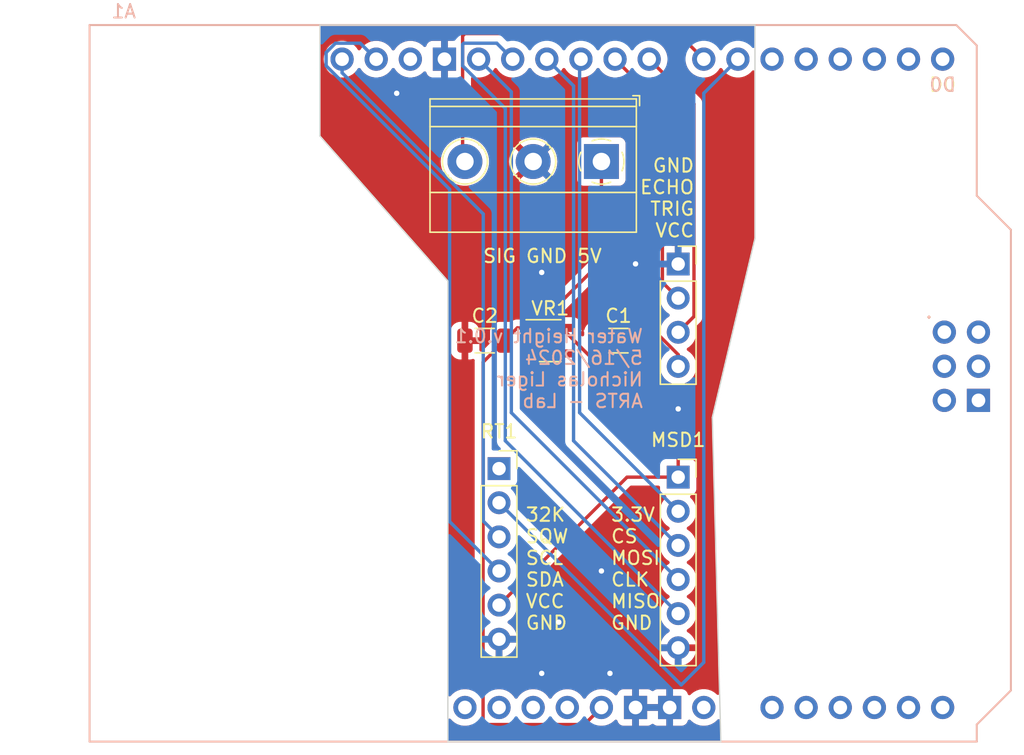
<source format=kicad_pcb>
(kicad_pcb (version 20221018) (generator pcbnew)
  (layers (0 "F.Cu" signal) (31 "B.Cu" signal) (34 "B.Paste" user) (35 "F.Paste" user) (36 "B.SilkS" user "B.Silkscreen") (37 "F.SilkS" user "F.Silkscreen") (38 "B.Mask" user) (39 "F.Mask" user) (44 "Edge.Cuts" user))
  (net 0 "")
  (net 2 "Net-(A1-5V)")
  (net 18 "Net-(RT1-SQW)")
  (net 19 "Net-(J1-SIG)")
  (net 20 "Net-(US1-TRIG)")
  (net 21 "Net-(US1-Echo)")
  (net 22 "Net-(A1-D10_CS)")
  (net 23 "Net-(MSD1-MOSI)")
  (net 24 "Net-(MSD1-MISO)")
  (net 25 "Net-(MSD1-CLK)")
  (net 26 "GND")
  (net 34 "Net-(RT1-SCL)")
  (net 35 "Net-(RT1-SDA)")
  (net 37 "Net-(MSD1-3v3)")
  (footprint "Capacitor_SMD:C_1206_3216Metric" (layer "F.Cu") (at 146.255 88.265)
    (fp_text reference "C2" (at 0 -1.85) (layer "F.SilkS"))
    (fp_text value "1 μF")
    (fp_line (start -0.711252 -0.91) (end 0.711252 -0.91) (stroke (width 0.12)) (layer "F.SilkS"))
    (fp_line (start -0.711252 0.91) (end 0.711252 0.91) (stroke (width 0.12)) (layer "F.SilkS"))
    (pad "1" smd roundrect (at -1.475 0) (size 1.15 1.8) (layers "F.Cu" "F.Paste" "F.Mask") (roundrect_rratio 0.217391) (net 26 "GND"))
    (pad "2" smd roundrect (at 1.475 0) (size 1.15 1.8) (layers "F.Cu" "F.Paste" "F.Mask") (roundrect_rratio 0.217391) (net 2 "Net-(A1-5V)"))
  )
  (footprint "PCM_arduino-library:Arduino_101_Shield" (layer "F.Cu") (at 116.84 118.11)
    (fp_text reference "A1" (at 2.54 -54.356) (layer "B.SilkS") (effects (justify mirror)))
    (fp_text value "Arduino Uno Shield")
    (fp_text user "D0" (at 63.5 -48.895 unlocked) (layer "B.SilkS") (effects (justify mirror)))
    (fp_text user "." (at 62.484 -32.004) (layer "B.SilkS"))
    (fp_text user "." (at 62.484 -32.004) (layer "F.SilkS"))
    (fp_text user "D0" (at 63.5 -48.895 unlocked) (layer "F.SilkS"))
    (fp_line (start 0 -53.34) (end 0 0) (stroke (width 0.15)) (layer "B.SilkS"))
    (fp_line (start 0 -53.34) (end 64.516 -53.34) (stroke (width 0.15)) (layer "B.SilkS"))
    (fp_line (start 0 0) (end 66.04 0) (stroke (width 0.15)) (layer "B.SilkS"))
    (fp_line (start 64.516 -53.34) (end 66.04 -51.816) (stroke (width 0.15)) (layer "B.SilkS"))
    (fp_line (start 66.04 -40.64) (end 66.04 -51.816) (stroke (width 0.15)) (layer "B.SilkS"))
    (fp_line (start 66.04 -1.27) (end 68.58 -3.81) (stroke (width 0.15)) (layer "B.SilkS"))
    (fp_line (start 66.04 0) (end 66.04 -1.27) (stroke (width 0.15)) (layer "B.SilkS"))
    (fp_line (start 68.58 -38.1) (end 66.04 -40.64) (stroke (width 0.15)) (layer "B.SilkS"))
    (fp_line (start 68.58 -3.81) (end 68.58 -38.1) (stroke (width 0.15)) (layer "B.SilkS"))
    (pad "" np_thru_hole circle (at 13.97 -2.54) (size 3.2 3.2) (drill 3.2) (layers "*.Cu" "*.Mask"))
    (pad "" np_thru_hole circle (at 15.24 -50.8) (size 3.2 3.2) (drill 3.2) (layers "*.Cu" "*.Mask"))
    (pad "" np_thru_hole circle (at 66.04 -35.56) (size 3.2 3.2) (drill 3.2) (layers "*.Cu" "*.Mask"))
    (pad "" np_thru_hole circle (at 66.04 -7.62) (size 3.2 3.2) (drill 3.2) (layers "*.Cu" "*.Mask"))
    (pad "3V3" thru_hole oval (at 35.56 -2.54) (size 1.7272 1.7272) (drill 1.016) (layers "*.Cu" "*.Mask"))
    (pad "5V1" thru_hole oval (at 38.1 -2.54) (size 1.7272 1.7272) (drill 1.016) (layers "*.Cu" "*.Mask") (net 2 "Net-(A1-5V)"))
    (pad "5V2" thru_hole oval (at 66.167 -30.48) (size 1.7272 1.7272) (drill 1.016) (layers "*.Cu" "*.Mask"))
    (pad "A0" thru_hole oval (at 50.8 -2.54) (size 1.7272 1.7272) (drill 1.016) (layers "*.Cu" "*.Mask"))
    (pad "A1" thru_hole oval (at 53.34 -2.54) (size 1.7272 1.7272) (drill 1.016) (layers "*.Cu" "*.Mask"))
    (pad "A2" thru_hole oval (at 55.88 -2.54) (size 1.7272 1.7272) (drill 1.016) (layers "*.Cu" "*.Mask"))
    (pad "A3" thru_hole oval (at 58.42 -2.54) (size 1.7272 1.7272) (drill 1.016) (layers "*.Cu" "*.Mask"))
    (pad "A4" thru_hole oval (at 60.96 -2.54) (size 1.7272 1.7272) (drill 1.016) (layers "*.Cu" "*.Mask"))
    (pad "A5" thru_hole oval (at 63.5 -2.54) (size 1.7272 1.7272) (drill 1.016) (layers "*.Cu" "*.Mask"))
    (pad "AREF" thru_hole oval (at 23.876 -50.8) (size 1.7272 1.7272) (drill 1.016) (layers "*.Cu" "*.Mask"))
    (pad "ATN" thru_hole oval (at 27.94 -2.54) (size 1.7272 1.7272) (drill 1.016) (layers "*.Cu" "*.Mask"))
    (pad "D0" thru_hole oval (at 63.5 -50.8) (size 1.7272 1.7272) (drill 1.016) (layers "*.Cu" "*.Mask"))
    (pad "D1" thru_hole oval (at 60.96 -50.8) (size 1.7272 1.7272) (drill 1.016) (layers "*.Cu" "*.Mask"))
    (pad "D2" thru_hole oval (at 58.42 -50.8) (size 1.7272 1.7272) (drill 1.016) (layers "*.Cu" "*.Mask"))
    (pad "D3" thru_hole oval (at 55.88 -50.8) (size 1.7272 1.7272) (drill 1.016) (layers "*.Cu" "*.Mask"))
    (pad "D4" thru_hole oval (at 53.34 -50.8) (size 1.7272 1.7272) (drill 1.016) (layers "*.Cu" "*.Mask"))
    (pad "D5" thru_hole oval (at 50.8 -50.8) (size 1.7272 1.7272) (drill 1.016) (layers "*.Cu" "*.Mask"))
    (pad "D6" thru_hole oval (at 48.26 -50.8) (size 1.7272 1.7272) (drill 1.016) (layers "*.Cu" "*.Mask") (net 18 "Net-(RT1-SQW)"))
    (pad "D7" thru_hole oval (at 45.72 -50.8) (size 1.7272 1.7272) (drill 1.016) (layers "*.Cu" "*.Mask") (net 19 "Net-(J1-SIG)"))
    (pad "D8" thru_hole oval (at 41.656 -50.8) (size 1.7272 1.7272) (drill 1.016) (layers "*.Cu" "*.Mask") (net 20 "Net-(US1-TRIG)"))
    (pad "D9" thru_hole oval (at 39.116 -50.8) (size 1.7272 1.7272) (drill 1.016) (layers "*.Cu" "*.Mask") (net 21 "Net-(US1-Echo)"))
    (pad "D10" thru_hole oval (at 36.576 -50.8) (size 1.7272 1.7272) (drill 1.016) (layers "*.Cu" "*.Mask") (net 22 "Net-(A1-D10_CS)"))
    (pad "D11" thru_hole oval (at 34.036 -50.8) (size 1.7272 1.7272) (drill 1.016) (layers "*.Cu" "*.Mask") (net 23 "Net-(MSD1-MOSI)"))
    (pad "D12" thru_hole oval (at 31.496 -50.8) (size 1.7272 1.7272) (drill 1.016) (layers "*.Cu" "*.Mask") (net 24 "Net-(MSD1-MISO)"))
    (pad "D13" thru_hole oval (at 28.956 -50.8) (size 1.7272 1.7272) (drill 1.016) (layers "*.Cu" "*.Mask") (net 25 "Net-(MSD1-CLK)"))
    (pad "GND1" thru_hole rect (at 26.416 -50.8) (size 1.7272 1.7272) (drill 1.016) (layers "*.Cu" "*.Mask") (net 26 "GND"))
    (pad "GND2" thru_hole rect (at 40.64 -2.54) (size 1.7272 1.7272) (drill 1.016) (layers "*.Cu" "*.Mask") (net 26 "GND"))
    (pad "GND3" thru_hole rect (at 43.18 -2.54) (size 1.7272 1.7272) (drill 1.016) (layers "*.Cu" "*.Mask") (net 26 "GND"))
    (pad "GND4" thru_hole rect (at 66.167 -25.4) (size 1.7272 1.7272) (drill 1.016) (layers "*.Cu" "*.Mask"))
    (pad "IORF" thru_hole oval (at 30.48 -2.54) (size 1.7272 1.7272) (drill 1.016) (layers "*.Cu" "*.Mask"))
    (pad "MISO" thru_hole oval (at 63.627 -30.48) (size 1.7272 1.7272) (drill 1.016) (layers "*.Cu" "*.Mask"))
    (pad "MOSI" thru_hole oval (at 66.167 -27.94) (size 1.7272 1.7272) (drill 1.016) (layers "*.Cu" "*.Mask"))
    (pad "RST1" thru_hole oval (at 33.02 -2.54) (size 1.7272 1.7272) (drill 1.016) (layers "*.Cu" "*.Mask"))
    (pad "RST2" thru_hole oval (at 63.627 -25.4) (size 1.7272 1.7272) (drill 1.016) (layers "*.Cu" "*.Mask"))
    (pad "SCK" thru_hole oval (at 63.627 -27.94) (size 1.7272 1.7272) (drill 1.016) (layers "*.Cu" "*.Mask"))
    (pad "SCL" thru_hole oval (at 18.796 -50.8) (size 1.7272 1.7272) (drill 1.016) (layers "*.Cu" "*.Mask") (net 34 "Net-(RT1-SCL)"))
    (pad "SDA" thru_hole oval (at 21.336 -50.8) (size 1.7272 1.7272) (drill 1.016) (layers "*.Cu" "*.Mask") (net 35 "Net-(RT1-SDA)"))
    (pad "VIN" thru_hole oval (at 45.72 -2.54) (size 1.7272 1.7272) (drill 1.016) (layers "*.Cu" "*.Mask"))
  )
  (footprint "Connector_PinSocket_2.54mm:PinSocket_1x06_P2.54mm_Vertical" (layer "F.Cu") (at 160.655 98.425)
    (fp_text reference "MSD1" (at 0 -2.77) (layer "F.SilkS"))
    (fp_text value "Micro SD Card Module")
    (fp_line (start -1.33 1.27) (end -1.33 14.03) (stroke (width 0.12)) (layer "F.SilkS"))
    (fp_line (start -1.33 1.27) (end 1.33 1.27) (stroke (width 0.12)) (layer "F.SilkS"))
    (fp_line (start -1.33 14.03) (end 1.33 14.03) (stroke (width 0.12)) (layer "F.SilkS"))
    (fp_line (start 0 -1.33) (end 1.33 -1.33) (stroke (width 0.12)) (layer "F.SilkS"))
    (fp_line (start 1.33 -1.33) (end 1.33 0) (stroke (width 0.12)) (layer "F.SilkS"))
    (fp_line (start 1.33 1.27) (end 1.33 14.03) (stroke (width 0.12)) (layer "F.SilkS"))
    (pad "1" thru_hole rect (at 0 0) (size 1.7 1.7) (drill 1) (layers "*.Cu" "*.Mask") (net 37 "Net-(MSD1-3v3)"))
    (pad "2" thru_hole oval (at 0 2.54) (size 1.7 1.7) (drill 1) (layers "*.Cu" "*.Mask") (net 22 "Net-(A1-D10_CS)"))
    (pad "3" thru_hole oval (at 0 5.08) (size 1.7 1.7) (drill 1) (layers "*.Cu" "*.Mask") (net 23 "Net-(MSD1-MOSI)"))
    (pad "4" thru_hole oval (at 0 7.62) (size 1.7 1.7) (drill 1) (layers "*.Cu" "*.Mask") (net 25 "Net-(MSD1-CLK)"))
    (pad "5" thru_hole oval (at 0 10.16) (size 1.7 1.7) (drill 1) (layers "*.Cu" "*.Mask") (net 24 "Net-(MSD1-MISO)"))
    (pad "6" thru_hole oval (at 0 12.7) (size 1.7 1.7) (drill 1) (layers "*.Cu" "*.Mask") (net 26 "GND"))
  )
  (footprint "Connector_PinSocket_2.54mm:PinSocket_1x06_P2.54mm_Vertical" (layer "F.Cu") (at 147.32 97.79)
    (fp_text reference "RT1" (at 0 -2.77) (layer "F.SilkS"))
    (fp_text value "Real Time Clock Module")
    (fp_line (start -1.33 1.27) (end -1.33 14.03) (stroke (width 0.12)) (layer "F.SilkS"))
    (fp_line (start -1.33 1.27) (end 1.33 1.27) (stroke (width 0.12)) (layer "F.SilkS"))
    (fp_line (start -1.33 14.03) (end 1.33 14.03) (stroke (width 0.12)) (layer "F.SilkS"))
    (fp_line (start 0 -1.33) (end 1.33 -1.33) (stroke (width 0.12)) (layer "F.SilkS"))
    (fp_line (start 1.33 -1.33) (end 1.33 0) (stroke (width 0.12)) (layer "F.SilkS"))
    (fp_line (start 1.33 1.27) (end 1.33 14.03) (stroke (width 0.12)) (layer "F.SilkS"))
    (pad "1" thru_hole rect (at 0 0) (size 1.7 1.7) (drill 1) (layers "*.Cu" "*.Mask"))
    (pad "2" thru_hole oval (at 0 2.54) (size 1.7 1.7) (drill 1) (layers "*.Cu" "*.Mask") (net 18 "Net-(RT1-SQW)"))
    (pad "3" thru_hole oval (at 0 5.08) (size 1.7 1.7) (drill 1) (layers "*.Cu" "*.Mask") (net 34 "Net-(RT1-SCL)"))
    (pad "4" thru_hole oval (at 0 7.62) (size 1.7 1.7) (drill 1) (layers "*.Cu" "*.Mask") (net 35 "Net-(RT1-SDA)"))
    (pad "5" thru_hole oval (at 0 10.16) (size 1.7 1.7) (drill 1) (layers "*.Cu" "*.Mask") (net 37 "Net-(MSD1-3v3)"))
    (pad "6" thru_hole oval (at 0 12.7) (size 1.7 1.7) (drill 1) (layers "*.Cu" "*.Mask") (net 26 "GND"))
  )
  (footprint "Package_TO_SOT_SMD:SOT-23-5" (layer "F.Cu") (at 151.13 88.265)
    (fp_text reference "VR1" (at 0 -2.4) (layer "F.SilkS"))
    (fp_text value "3.3V Linear Regulator")
    (fp_line (start 0 -1.56) (end -1.8 -1.56) (stroke (width 0.12)) (layer "F.SilkS"))
    (fp_line (start 0 -1.56) (end 0.8 -1.56) (stroke (width 0.12)) (layer "F.SilkS"))
    (fp_line (start 0 1.56) (end -0.8 1.56) (stroke (width 0.12)) (layer "F.SilkS"))
    (fp_line (start 0 1.56) (end 0.8 1.56) (stroke (width 0.12)) (layer "F.SilkS"))
    (pad "1" smd roundrect (at -1.1375 -0.95) (size 1.325 0.6) (layers "F.Cu" "F.Paste" "F.Mask") (net 2 "Net-(A1-5V)"))
    (pad "2" smd roundrect (at -1.1375 0) (size 1.325 0.6) (layers "F.Cu" "F.Paste" "F.Mask") (net 26 "GND"))
    (pad "3" smd roundrect (at -1.1375 0.95) (size 1.325 0.6) (layers "F.Cu" "F.Paste" "F.Mask"))
    (pad "4" smd roundrect (at 1.1375 0.95) (size 1.325 0.6) (layers "F.Cu" "F.Paste" "F.Mask"))
    (pad "5" smd roundrect (at 1.1375 -0.95) (size 1.325 0.6) (layers "F.Cu" "F.Paste" "F.Mask") (net 37 "Net-(MSD1-3v3)"))
  )
  (footprint "Connector_PinSocket_2.54mm:PinSocket_1x04_P2.54mm_Vertical" (layer "F.Cu") (at 160.655 82.56)
    (fp_text reference "US1" hide)
    (fp_text value "JSN Ultrasonic Sensor")
    (fp_line (start -1.33 1.27) (end -1.33 8.95) (stroke (width 0.12)) (layer "F.SilkS"))
    (fp_line (start -1.33 1.27) (end 1.33 1.27) (stroke (width 0.12)) (layer "F.SilkS"))
    (fp_line (start -1.33 8.95) (end 1.33 8.95) (stroke (width 0.12)) (layer "F.SilkS"))
    (fp_line (start 0 -1.33) (end 1.33 -1.33) (stroke (width 0.12)) (layer "F.SilkS"))
    (fp_line (start 1.33 -1.33) (end 1.33 0) (stroke (width 0.12)) (layer "F.SilkS"))
    (fp_line (start 1.33 1.27) (end 1.33 8.95) (stroke (width 0.12)) (layer "F.SilkS"))
    (pad "1" thru_hole rect (at 0 0) (size 1.7 1.7) (drill 1) (layers "*.Cu" "*.Mask") (net 26 "GND"))
    (pad "2" thru_hole oval (at 0 2.54) (size 1.7 1.7) (drill 1) (layers "*.Cu" "*.Mask") (net 21 "Net-(US1-Echo)"))
    (pad "3" thru_hole oval (at 0 5.08) (size 1.7 1.7) (drill 1) (layers "*.Cu" "*.Mask") (net 20 "Net-(US1-TRIG)"))
    (pad "4" thru_hole oval (at 0 7.62) (size 1.7 1.7) (drill 1) (layers "*.Cu" "*.Mask") (net 2 "Net-(A1-5V)"))
  )
  (footprint "Capacitor_SMD:C_1206_3216Metric" (layer "F.Cu") (at 156.21 88.265)
    (fp_text reference "C1" (at 0 -1.85) (layer "F.SilkS"))
    (fp_text value "1 μF")
    (fp_line (start -0.711252 -0.91) (end 0.711252 -0.91) (stroke (width 0.12)) (layer "F.SilkS"))
    (fp_line (start -0.711252 0.91) (end 0.711252 0.91) (stroke (width 0.12)) (layer "F.SilkS"))
    (pad "1" smd roundrect (at -1.475 0) (size 1.15 1.8) (layers "F.Cu" "F.Paste" "F.Mask") (roundrect_rratio 0.217391) (net 26 "GND"))
    (pad "2" smd roundrect (at 1.475 0) (size 1.15 1.8) (layers "F.Cu" "F.Paste" "F.Mask") (roundrect_rratio 0.217391) (net 37 "Net-(MSD1-3v3)"))
  )
  (footprint "TerminalBlock_Phoenix:TerminalBlock_Phoenix_MKDS-1,5-3-5.08_1x03_P5.08mm_Horizontal" (layer "F.Cu") (at 154.94 74.93 180)
    (fp_text reference "J1" hide)
    (fp_text value "Screw Terminal")
    (fp_line (start -2.84 4.16) (end -2.84 4.9) (stroke (width 0.12)) (layer "F.SilkS"))
    (fp_line (start -2.84 4.9) (end -2.34 4.9) (stroke (width 0.12)) (layer "F.SilkS"))
    (fp_line (start -2.6 -5.261) (end -2.6 4.66) (stroke (width 0.12)) (layer "F.SilkS"))
    (fp_line (start -2.6 -5.261) (end 12.76 -5.261) (stroke (width 0.12)) (layer "F.SilkS"))
    (fp_line (start -2.6 -2.301) (end 12.76 -2.301) (stroke (width 0.12)) (layer "F.SilkS"))
    (fp_line (start -2.6 2.6) (end 12.76 2.6) (stroke (width 0.12)) (layer "F.SilkS"))
    (fp_line (start -2.6 4.1) (end 12.76 4.1) (stroke (width 0.12)) (layer "F.SilkS"))
    (fp_line (start -2.6 4.66) (end 12.76 4.66) (stroke (width 0.12)) (layer "F.SilkS"))
    (fp_line (start 3.853 1.023) (end 3.806 1.069) (stroke (width 0.12)) (layer "F.SilkS"))
    (fp_line (start 4.046 1.239) (end 4.011 1.274) (stroke (width 0.12)) (layer "F.SilkS"))
    (fp_line (start 6.15 -1.275) (end 6.115 -1.239) (stroke (width 0.12)) (layer "F.SilkS"))
    (fp_line (start 6.355 -1.069) (end 6.308 -1.023) (stroke (width 0.12)) (layer "F.SilkS"))
    (fp_line (start 8.933 1.023) (end 8.886 1.069) (stroke (width 0.12)) (layer "F.SilkS"))
    (fp_line (start 9.126 1.239) (end 9.091 1.274) (stroke (width 0.12)) (layer "F.SilkS"))
    (fp_line (start 11.23 -1.275) (end 11.195 -1.239) (stroke (width 0.12)) (layer "F.SilkS"))
    (fp_line (start 11.435 -1.069) (end 11.388 -1.023) (stroke (width 0.12)) (layer "F.SilkS"))
    (fp_line (start 12.76 -5.261) (end 12.76 4.66) (stroke (width 0.12)) (layer "F.SilkS"))
    (fp_arc (start -1.535427 0.683042) (mid -1.680501 -0.000524) (end -1.535 -0.684) (stroke (width 0.12)) (layer "F.SilkS"))
    (fp_arc (start -0.683042 -1.535427) (mid 0.000524 -1.680501) (end 0.684 -1.535) (stroke (width 0.12)) (layer "F.SilkS"))
    (fp_arc (start 0.028805 1.680253) (mid -0.335551 1.646659) (end -0.684 1.535) (stroke (width 0.12)) (layer "F.SilkS"))
    (fp_arc (start 0.683318 1.534756) (mid 0.349292 1.643288) (end 0 1.68) (stroke (width 0.12)) (layer "F.SilkS"))
    (fp_arc (start 1.535427 -0.683042) (mid 1.680501 0.000524) (end 1.535 0.684) (stroke (width 0.12)) (layer "F.SilkS"))
    (fp_circle (center 5.08 0) (end 6.76 0) (stroke (width 0.12)) (fill none) (layer "F.SilkS"))
    (fp_circle (center 10.16 0) (end 11.84 0) (stroke (width 0.12)) (fill none) (layer "F.SilkS"))
    (pad "1" thru_hole rect (at 0 0 180) (size 2.6 2.6) (drill 1.3) (layers "*.Cu" "*.Mask") (net 2 "Net-(A1-5V)"))
    (pad "2" thru_hole circle (at 5.08 0 180) (size 2.6 2.6) (drill 1.3) (layers "*.Cu" "*.Mask") (net 26 "GND"))
    (pad "3" thru_hole circle (at 10.16 0 180) (size 2.6 2.6) (drill 1.3) (layers "*.Cu" "*.Mask") (net 19 "Net-(J1-SIG)"))
  )
  (gr_line (start 163.83 118.11) (end 143.51 118.11) (stroke (width 0.1)) (layer "Edge.Cuts"))
  (gr_line (start 166.37 64.77) (end 166.37 80.645) (stroke (width 0.1)) (layer "Edge.Cuts"))
  (gr_line (start 133.985 73.025) (end 133.985 64.77) (stroke (width 0.1)) (layer "Edge.Cuts"))
  (gr_line (start 143.51 118.11) (end 143.51 83.82) (stroke (width 0.1)) (layer "Edge.Cuts"))
  (gr_line (start 133.985 64.77) (end 166.37 64.77) (stroke (width 0.1)) (layer "Edge.Cuts"))
  (gr_line (start 163.195 93.98) (end 163.83 118.11) (stroke (width 0.1)) (layer "Edge.Cuts"))
  (gr_line (start 143.51 83.82) (end 133.985 73.025) (stroke (width 0.1)) (layer "Edge.Cuts"))
  (gr_line (start 166.37 80.645) (end 163.195 93.98) (stroke (width 0.1)) (layer "Edge.Cuts"))
  (gr_text "Water Height v.0.1\n5/16/2024\nNicholas Liger\nARTS - Lab" (at 158.115 93.345) (layer "B.SilkS") (effects (font (size 1 1)) (justify left bottom mirror)))
  (gr_text "3.3V\nCS\nMOSI\nCLK\nMISO\nGND" (at 155.575 109.855) (layer "F.SilkS") (effects (font (size 1 1)) (justify left bottom)))
  (gr_text "GND\nECHO\nTRIG\nVCC" (at 161.925 80.645) (layer "F.SilkS") (effects (font (size 1 1)) (justify right bottom)))
  (gr_text "SIG GND 5V" (at 146.05 82.55) (layer "F.SilkS") (effects (font (size 1 1)) (justify left bottom)))
  (gr_text "32K\nSQW\nSCL\nSDA\nVCC\nGND" (at 149.225 109.855) (layer "F.SilkS") (effects (font (size 1 1)) (justify left bottom)))
  (segment (start 154.94 74.93) (end 154.94 82.3675) (width 0.25) (layer "F.Cu") (net 2))
  (segment (start 147.73 88.265) (end 146.1314 89.8636) (width 0.25) (layer "F.Cu") (net 2))
  (segment (start 149.9925 87.315) (end 148.68 87.315) (width 0.25) (layer "F.Cu") (net 2))
  (segment (start 154.94 82.3675) (end 154.94 83.586701) (width 0.25) (layer "F.Cu") (net 2))
  (segment (start 146.1314 116.7586) (end 146.05 116.84) (width 0.25) (layer "F.Cu") (net 2))
  (segment (start 160.655 89.301701) (end 160.655 90.18) (width 0.25) (layer "F.Cu") (net 2))
  (segment (start 146.1314 89.8636) (end 146.1314 116.7586) (width 0.25) (layer "F.Cu") (net 2))
  (segment (start 146.05 116.84) (end 153.67 116.84) (width 0.25) (layer "F.Cu") (net 2))
  (segment (start 154.94 82.3675) (end 149.9925 87.315) (width 0.25) (layer "F.Cu") (net 2))
  (segment (start 148.68 87.315) (end 147.73 88.265) (width 0.25) (layer "F.Cu") (net 2))
  (segment (start 154.94 83.586701) (end 160.655 89.301701) (width 0.25) (layer "F.Cu") (net 2))
  (segment (start 153.67 116.84) (end 154.94 115.57) (width 0.25) (layer "F.Cu") (net 2))
  (segment (start 160.879065 113.889065) (end 162.56 112.20813) (width 0.25) (layer "B.Cu") (net 18))
  (segment (start 162.56 112.20813) (end 162.56 69.85) (width 0.25) (layer "B.Cu") (net 18))
  (segment (start 162.56 69.85) (end 165.1 67.31) (width 0.25) (layer "B.Cu") (net 18))
  (segment (start 147.32 100.33) (end 160.879065 113.889065) (width 0.25) (layer "B.Cu") (net 18))
  (segment (start 144.6074 65.5776) (end 144.78 65.405) (width 0.25) (layer "F.Cu") (net 19))
  (segment (start 144.78 74.93) (end 144.6074 74.7574) (width 0.25) (layer "F.Cu") (net 19))
  (segment (start 144.6074 74.7574) (end 144.6074 65.5776) (width 0.25) (layer "F.Cu") (net 19))
  (segment (start 144.78 65.405) (end 160.655 65.405) (width 0.25) (layer "F.Cu") (net 19))
  (segment (start 160.655 65.405) (end 162.56 67.31) (width 0.25) (layer "F.Cu") (net 19))
  (segment (start 160.655 87.64) (end 161.83 86.465) (width 0.25) (layer "F.Cu") (net 20))
  (segment (start 161.83 70.644) (end 158.496 67.31) (width 0.25) (layer "F.Cu") (net 20))
  (segment (start 161.83 86.465) (end 161.83 70.644) (width 0.25) (layer "F.Cu") (net 20))
  (segment (start 159.48 70.834) (end 155.956 67.31) (width 0.25) (layer "F.Cu") (net 21))
  (segment (start 159.48 83.925) (end 159.48 70.834) (width 0.25) (layer "F.Cu") (net 21))
  (segment (start 160.655 85.1) (end 159.48 83.925) (width 0.25) (layer "F.Cu") (net 21))
  (segment (start 153.315 93.625) (end 153.315 67.411) (width 0.25) (layer "B.Cu") (net 22))
  (segment (start 160.655 100.965) (end 153.315 93.625) (width 0.25) (layer "B.Cu") (net 22))
  (segment (start 153.315 67.411) (end 153.416 67.31) (width 0.25) (layer "B.Cu") (net 22))
  (segment (start 160.655 103.505) (end 152.865 95.715) (width 0.25) (layer "B.Cu") (net 23))
  (segment (start 152.865 69.299) (end 150.876 67.31) (width 0.25) (layer "B.Cu") (net 23))
  (segment (start 152.865 95.715) (end 152.865 69.299) (width 0.25) (layer "B.Cu") (net 23))
  (segment (start 144.6986 66.1214) (end 147.1474 66.1214) (width 0.25) (layer "B.Cu") (net 24))
  (segment (start 144.6074 66.2126) (end 144.6986 66.1214) (width 0.25) (layer "B.Cu") (net 24))
  (segment (start 147.785 95.715) (end 147.785 70.979935) (width 0.25) (layer "B.Cu") (net 24))
  (segment (start 160.655 108.585) (end 147.785 95.715) (width 0.25) (layer "B.Cu") (net 24))
  (segment (start 147.785 70.979935) (end 144.6074 67.802335) (width 0.25) (layer "B.Cu") (net 24))
  (segment (start 147.1474 66.1214) (end 148.336 67.31) (width 0.25) (layer "B.Cu") (net 24))
  (segment (start 144.6074 67.802335) (end 144.6074 66.2126) (width 0.25) (layer "B.Cu") (net 24))
  (segment (start 148.235 69.749) (end 145.796 67.31) (width 0.25) (layer "B.Cu") (net 25))
  (segment (start 148.235 93.625) (end 148.235 69.749) (width 0.25) (layer "B.Cu") (net 25))
  (segment (start 160.655 106.045) (end 148.235 93.625) (width 0.25) (layer "B.Cu") (net 25))
  (via (at 150.495 113.03) (size 0.8) (drill 0.4) (layers "F.Cu" "B.Cu") (net 26))
  (via (at 157.48 82.55) (size 0.8) (drill 0.4) (layers "F.Cu" "B.Cu") (net 26))
  (via (at 139.7 69.85) (size 0.8) (drill 0.4) (layers "F.Cu" "B.Cu") (net 26))
  (via (at 154.94 105.41) (size 0.8) (drill 0.4) (layers "F.Cu" "B.Cu") (net 26))
  (via (at 155.575 113.03) (size 0.8) (drill 0.4) (layers "F.Cu" "B.Cu") (net 26))
  (via (at 160.655 93.345) (size 0.8) (drill 0.4) (layers "F.Cu" "B.Cu") (net 26))
  (via (at 151.765 109.22) (size 0.8) (drill 0.4) (layers "F.Cu" "B.Cu") (net 26))
  (via (at 150.495 83.185) (size 0.8) (drill 0.4) (layers "F.Cu" "B.Cu") (net 26))
  (segment (start 146.145 101.695) (end 146.145 78.835) (width 0.25) (layer "B.Cu") (net 34))
  (segment (start 146.145 78.835) (end 135.636 68.326) (width 0.25) (layer "B.Cu") (net 34))
  (segment (start 135.636 68.326) (end 135.636 67.31) (width 0.25) (layer "B.Cu") (net 34))
  (segment (start 147.32 102.87) (end 146.145 101.695) (width 0.25) (layer "B.Cu") (net 34))
  (segment (start 135.143665 66.1214) (end 136.9874 66.1214) (width 0.25) (layer "B.Cu") (net 35))
  (segment (start 136.9874 66.1214) (end 138.176 67.31) (width 0.25) (layer "B.Cu") (net 35))
  (segment (start 143.637987 101.727987) (end 143.637987 76.992922) (width 0.25) (layer "B.Cu") (net 35))
  (segment (start 134.4474 67.802335) (end 134.4474 66.817665) (width 0.25) (layer "B.Cu") (net 35))
  (segment (start 143.637987 76.992922) (end 134.4474 67.802335) (width 0.25) (layer "B.Cu") (net 35))
  (segment (start 134.4474 66.817665) (end 135.143665 66.1214) (width 0.25) (layer "B.Cu") (net 35))
  (segment (start 147.32 105.41) (end 143.637987 101.727987) (width 0.25) (layer "B.Cu") (net 35))
  (segment (start 152.2675 87.614999) (end 152.2675 87.315) (width 0.25) (layer "F.Cu") (net 37))
  (segment (start 154.305 89.49) (end 154.142501 89.49) (width 0.25) (layer "F.Cu") (net 37))
  (segment (start 156.845 98.425) (end 147.32 107.95) (width 0.25) (layer "F.Cu") (net 37))
  (segment (start 156.46 89.49) (end 154.305 89.49) (width 0.25) (layer "F.Cu") (net 37))
  (segment (start 157.685 88.265) (end 156.46 89.49) (width 0.25) (layer "F.Cu") (net 37))
  (segment (start 160.655 98.425) (end 156.845 98.425) (width 0.25) (layer "F.Cu") (net 37))
  (segment (start 160.655 95.84) (end 154.305 89.49) (width 0.25) (layer "F.Cu") (net 37))
  (segment (start 154.142501 89.49) (end 152.2675 87.614999) (width 0.25) (layer "F.Cu") (net 37))
  (segment (start 160.655 98.425) (end 160.655 95.84) (width 0.25) (layer "F.Cu") (net 37))
  (zone (net 26) (net_name "GND") (layer "F.Cu") (connect_pads (clearance 0.5)) (min_thickness 0.25) (fill yes (thermal_gap 0.5) (thermal_bridge_width 0.5))
    (polygon (pts (xy 133.985 64.77) (xy 166.37 64.77) (xy 166.37 80.645) (xy 163.195 93.98) (xy 163.83 118.11) (xy 143.51 118.11) (xy 143.51 83.82) (xy 133.985 73.025)))
  )
  (zone (net 26) (net_name "GND") (layer "B.Cu") (priority 1) (connect_pads (clearance 0.5)) (min_thickness 0.25) (fill yes (thermal_gap 0.5) (thermal_bridge_width 0.5))
    (polygon (pts (xy 133.985 64.77) (xy 166.37 64.77) (xy 166.37 80.645) (xy 163.195 93.98) (xy 163.83 118.11) (xy 143.51 118.11) (xy 143.51 83.82) (xy 133.985 73.025)))
  )
)
</source>
